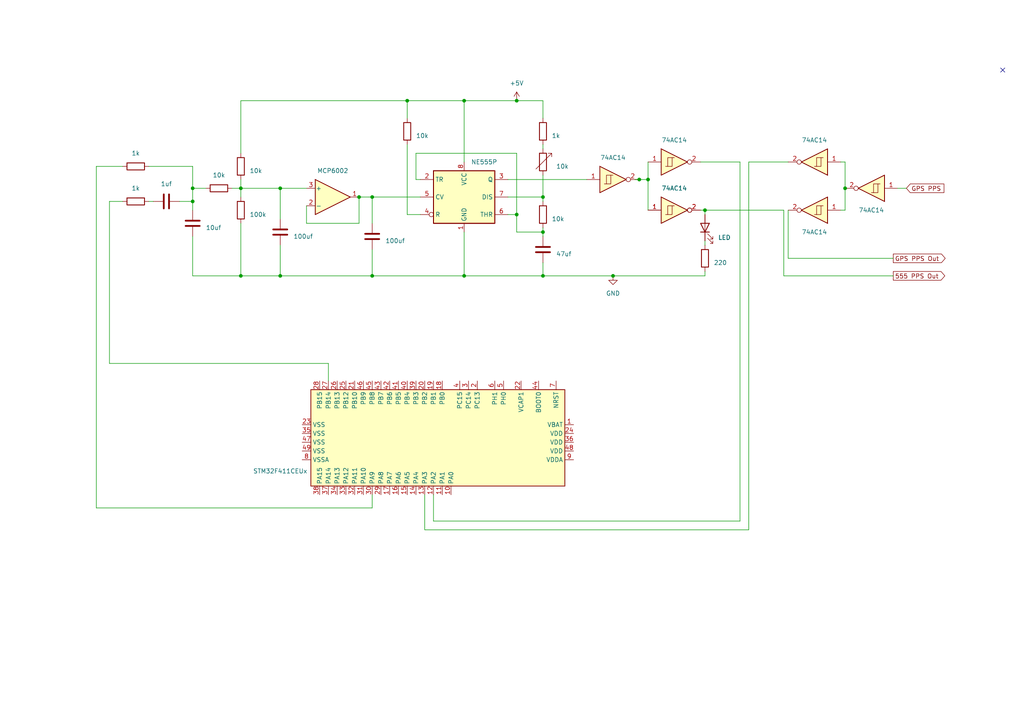
<source format=kicad_sch>
(kicad_sch (version 20211123) (generator eeschema)
  (paper "A4")
  (lib_symbols
    (symbol "74xx:74HC14" (pin_names (offset 1.016))
      (property "Reference" "U" (at 0 1.27 0))
      (property "Value" "74HC14" (at 0 -1.27 0))
      (symbol "74HC14_1_0"
        (polyline (pts (xy -3.81 3.81) (xy -3.81 -3.81) (xy 3.81 0) (xy -3.81 3.81)) (stroke (width 0.254)) (fill (type background)))
        (pin input line (at -7.62 0 0) (length 3.81) (name "~") (number "1"))
        (pin output inverted (at 7.62 0 180) (length 3.81) (name "~") (number "2"))
      )
      (symbol "74HC14_1_1"
        (polyline (pts (xy -1.905 -1.27) (xy -1.905 1.27) (xy -0.635 1.27)))
        (polyline (pts (xy -2.54 -1.27) (xy -0.635 -1.27) (xy -0.635 1.27) (xy 0 1.27)))
      )
      (symbol "74HC14_2_0"
        (polyline (pts (xy -3.81 3.81) (xy -3.81 -3.81) (xy 3.81 0) (xy -3.81 3.81)) (stroke (width 0.254)) (fill (type background)))
        (pin input line (at -7.62 0 0) (length 3.81) (name "~") (number "3"))
        (pin output inverted (at 7.62 0 180) (length 3.81) (name "~") (number "4"))
      )
      (symbol "74HC14_2_1"
        (polyline (pts (xy -1.905 -1.27) (xy -1.905 1.27) (xy -0.635 1.27)))
        (polyline (pts (xy -2.54 -1.27) (xy -0.635 -1.27) (xy -0.635 1.27) (xy 0 1.27)))
      )
      (symbol "74HC14_3_0"
        (polyline (pts (xy -3.81 3.81) (xy -3.81 -3.81) (xy 3.81 0) (xy -3.81 3.81)) (stroke (width 0.254)) (fill (type background)))
        (pin input line (at -7.62 0 0) (length 3.81) (name "~") (number "5"))
        (pin output inverted (at 7.62 0 180) (length 3.81) (name "~") (number "6"))
      )
      (symbol "74HC14_3_1"
        (polyline (pts (xy -1.905 -1.27) (xy -1.905 1.27) (xy -0.635 1.27)))
        (polyline (pts (xy -2.54 -1.27) (xy -0.635 -1.27) (xy -0.635 1.27) (xy 0 1.27)))
      )
      (symbol "74HC14_4_0"
        (polyline (pts (xy -3.81 3.81) (xy -3.81 -3.81) (xy 3.81 0) (xy -3.81 3.81)) (stroke (width 0.254)) (fill (type background)))
        (pin output inverted (at 7.62 0 180) (length 3.81) (name "~") (number "8"))
        (pin input line (at -7.62 0 0) (length 3.81) (name "~") (number "9"))
      )
      (symbol "74HC14_4_1"
        (polyline (pts (xy -1.905 -1.27) (xy -1.905 1.27) (xy -0.635 1.27)))
        (polyline (pts (xy -2.54 -1.27) (xy -0.635 -1.27) (xy -0.635 1.27) (xy 0 1.27)))
      )
      (symbol "74HC14_5_0"
        (polyline (pts (xy -3.81 3.81) (xy -3.81 -3.81) (xy 3.81 0) (xy -3.81 3.81)) (stroke (width 0.254)) (fill (type background)))
        (pin output inverted (at 7.62 0 180) (length 3.81) (name "~") (number "10"))
        (pin input line (at -7.62 0 0) (length 3.81) (name "~") (number "11"))
      )
      (symbol "74HC14_5_1"
        (polyline (pts (xy -1.905 -1.27) (xy -1.905 1.27) (xy -0.635 1.27)))
        (polyline (pts (xy -2.54 -1.27) (xy -0.635 -1.27) (xy -0.635 1.27) (xy 0 1.27)))
      )
      (symbol "74HC14_6_0"
        (polyline (pts (xy -3.81 3.81) (xy -3.81 -3.81) (xy 3.81 0) (xy -3.81 3.81)) (stroke (width 0.254)) (fill (type background)))
        (pin output inverted (at 7.62 0 180) (length 3.81) (name "~") (number "12"))
        (pin input line (at -7.62 0 0) (length 3.81) (name "~") (number "13"))
      )
      (symbol "74HC14_6_1"
        (polyline (pts (xy -1.905 -1.27) (xy -1.905 1.27) (xy -0.635 1.27)))
        (polyline (pts (xy -2.54 -1.27) (xy -0.635 -1.27) (xy -0.635 1.27) (xy 0 1.27)))
      )
      (symbol "74HC14_7_0"
        (pin power_in line (at 0 12.7 270) (length 5.08) (name "VCC") (number "14"))
        (pin power_in line (at 0 -12.7 90) (length 5.08) (name "GND") (number "7"))
      )
      (symbol "74HC14_7_1"
        (rectangle (start -5.08 7.62) (end 5.08 -7.62) (stroke (width 0.254)) (fill (type background)))
      )
    )
    (symbol "Amplifier_Operational:MCP6002-xP" (pin_names (offset 0.127))
      (property "Reference" "U" (at 0 5.08 0))
      (property "Value" "MCP6002-xP" (at 0 -5.08 0))
      (symbol "MCP6002-xP_1_1"
        (polyline (pts (xy -5.08 5.08) (xy 5.08 0) (xy -5.08 -5.08) (xy -5.08 5.08)) (stroke (width 0.254)) (fill (type background)))
        (pin output line (at 7.62 0 180) (length 2.54) (name "~") (number "1"))
        (pin input line (at -7.62 -2.54 0) (length 2.54) (name "-") (number "2"))
        (pin input line (at -7.62 2.54 0) (length 2.54) (name "+") (number "3"))
      )
      (symbol "MCP6002-xP_2_1"
        (polyline (pts (xy -5.08 5.08) (xy 5.08 0) (xy -5.08 -5.08) (xy -5.08 5.08)) (stroke (width 0.254)) (fill (type background)))
        (pin input line (at -7.62 2.54 0) (length 2.54) (name "+") (number "5"))
        (pin input line (at -7.62 -2.54 0) (length 2.54) (name "-") (number "6"))
        (pin output line (at 7.62 0 180) (length 2.54) (name "~") (number "7"))
      )
      (symbol "MCP6002-xP_3_1"
        (pin power_in line (at -2.54 -7.62 90) (length 3.81) (name "V-") (number "4"))
        (pin power_in line (at -2.54 7.62 270) (length 3.81) (name "V+") (number "8"))
      )
    )
    (symbol "Device:C" (pin_numbers hide) (pin_names (offset 0.254))
      (property "Reference" "C" (at 0.635 2.54 0))
      (property "Value" "C" (at 0.635 -2.54 0))
      (symbol "C_0_1"
        (polyline (pts (xy -2.032 -0.762) (xy 2.032 -0.762)) (stroke (width 0.508)))
        (polyline (pts (xy -2.032 0.762) (xy 2.032 0.762)) (stroke (width 0.508)))
      )
      (symbol "C_1_1"
        (pin passive line (at 0 3.81 270) (length 2.794) (name "~") (number "1"))
        (pin passive line (at 0 -3.81 90) (length 2.794) (name "~") (number "2"))
      )
    )
    (symbol "Device:LED" (pin_numbers hide) (pin_names (offset 1.016) hide)
      (property "Reference" "D" (at 0 2.54 0))
      (property "Value" "LED" (at 0 -2.54 0))
      (symbol "LED_0_1"
        (polyline (pts (xy -1.27 -1.27) (xy -1.27 1.27)) (stroke (width 0.254)))
        (polyline (pts (xy -1.27 0) (xy 1.27 0)))
        (polyline (pts (xy 1.27 -1.27) (xy 1.27 1.27) (xy -1.27 0) (xy 1.27 -1.27)) (stroke (width 0.254)))
        (polyline (pts (xy -3.048 -0.762) (xy -4.572 -2.286) (xy -3.81 -2.286) (xy -4.572 -2.286) (xy -4.572 -1.524)))
        (polyline (pts (xy -1.778 -0.762) (xy -3.302 -2.286) (xy -2.54 -2.286) (xy -3.302 -2.286) (xy -3.302 -1.524)))
      )
      (symbol "LED_1_1"
        (pin passive line (at -3.81 0 0) (length 2.54) (name "K") (number "1"))
        (pin passive line (at 3.81 0 180) (length 2.54) (name "A") (number "2"))
      )
    )
    (symbol "Device:R" (pin_numbers hide) (pin_names (offset 0))
      (property "Reference" "R" (at 2.032 0 90))
      (property "Value" "R" (at 0 0 90))
      (symbol "R_0_1"
        (rectangle (start -1.016 -2.54) (end 1.016 2.54) (stroke (width 0.254)))
      )
      (symbol "R_1_1"
        (pin passive line (at 0 3.81 270) (length 1.27) (name "~") (number "1"))
        (pin passive line (at 0 -3.81 90) (length 1.27) (name "~") (number "2"))
      )
    )
    (symbol "Device:R_Variable" (pin_numbers hide) (pin_names (offset 0))
      (property "Reference" "R" (at 2.54 -2.54 90))
      (property "Value" "R_Variable" (at -2.54 -1.27 90))
      (symbol "R_Variable_0_1"
        (rectangle (start -1.016 -2.54) (end 1.016 2.54) (stroke (width 0.254)))
        (polyline (pts (xy 2.54 1.524) (xy 2.54 2.54) (xy 1.524 2.54) (xy 2.54 2.54) (xy -2.032 -2.032)))
      )
      (symbol "R_Variable_1_1"
        (pin passive line (at 0 3.81 270) (length 1.27) (name "~") (number "1"))
        (pin passive line (at 0 -3.81 90) (length 1.27) (name "~") (number "2"))
      )
    )
    (symbol "MCU_ST_STM32F4:STM32F411CEUx"
      (property "Reference" "U" (at -15.24 36.83 0))
      (property "Value" "STM32F411CEUx" (at 7.62 36.83 0))
      (symbol "STM32F411CEUx_0_1"
        (rectangle (start -15.24 -38.1) (end 12.7 35.56) (stroke (width 0.254)) (fill (type background)))
      )
      (symbol "STM32F411CEUx_1_1"
        (pin power_in line (at -5.08 38.1 270) (length 2.54) (name "VBAT") (number "1"))
        (pin bidirectional line (at 15.24 2.54 180) (length 2.54) (name "PA0") (number "10"))
        (pin bidirectional line (at 15.24 0 180) (length 2.54) (name "PA1") (number "11"))
        (pin bidirectional line (at 15.24 -2.54 180) (length 2.54) (name "PA2") (number "12"))
        (pin bidirectional line (at 15.24 -5.08 180) (length 2.54) (name "PA3") (number "13"))
        (pin bidirectional line (at 15.24 -7.62 180) (length 2.54) (name "PA4") (number "14"))
        (pin bidirectional line (at 15.24 -10.16 180) (length 2.54) (name "PA5") (number "15"))
        (pin bidirectional line (at 15.24 -12.7 180) (length 2.54) (name "PA6") (number "16"))
        (pin bidirectional line (at 15.24 -15.24 180) (length 2.54) (name "PA7") (number "17"))
        (pin bidirectional line (at -17.78 0 0) (length 2.54) (name "PB0") (number "18"))
        (pin bidirectional line (at -17.78 -2.54 0) (length 2.54) (name "PB1") (number "19"))
        (pin bidirectional line (at -17.78 10.16 0) (length 2.54) (name "PC13") (number "2"))
        (pin bidirectional line (at -17.78 -5.08 0) (length 2.54) (name "PB2") (number "20"))
        (pin bidirectional line (at -17.78 -25.4 0) (length 2.54) (name "PB10") (number "21"))
        (pin power_in line (at -17.78 22.86 0) (length 2.54) (name "VCAP1") (number "22"))
        (pin power_in line (at -5.08 -40.64 90) (length 2.54) (name "VSS") (number "23"))
        (pin power_in line (at -2.54 38.1 270) (length 2.54) (name "VDD") (number "24"))
        (pin bidirectional line (at -17.78 -27.94 0) (length 2.54) (name "PB12") (number "25"))
        (pin bidirectional line (at -17.78 -30.48 0) (length 2.54) (name "PB13") (number "26"))
        (pin bidirectional line (at -17.78 -33.02 0) (length 2.54) (name "PB14") (number "27"))
        (pin bidirectional line (at -17.78 -35.56 0) (length 2.54) (name "PB15") (number "28"))
        (pin bidirectional line (at 15.24 -17.78 180) (length 2.54) (name "PA8") (number "29"))
        (pin bidirectional line (at -17.78 7.62 0) (length 2.54) (name "PC14") (number "3"))
        (pin bidirectional line (at 15.24 -20.32 180) (length 2.54) (name "PA9") (number "30"))
        (pin bidirectional line (at 15.24 -22.86 180) (length 2.54) (name "PA10") (number "31"))
        (pin bidirectional line (at 15.24 -25.4 180) (length 2.54) (name "PA11") (number "32"))
        (pin bidirectional line (at 15.24 -27.94 180) (length 2.54) (name "PA12") (number "33"))
        (pin bidirectional line (at 15.24 -30.48 180) (length 2.54) (name "PA13") (number "34"))
        (pin power_in line (at -2.54 -40.64 90) (length 2.54) (name "VSS") (number "35"))
        (pin power_in line (at 0 38.1 270) (length 2.54) (name "VDD") (number "36"))
        (pin bidirectional line (at 15.24 -33.02 180) (length 2.54) (name "PA14") (number "37"))
        (pin bidirectional line (at 15.24 -35.56 180) (length 2.54) (name "PA15") (number "38"))
        (pin bidirectional line (at -17.78 -7.62 0) (length 2.54) (name "PB3") (number "39"))
        (pin bidirectional line (at -17.78 5.08 0) (length 2.54) (name "PC15") (number "4"))
        (pin bidirectional line (at -17.78 -10.16 0) (length 2.54) (name "PB4") (number "40"))
        (pin bidirectional line (at -17.78 -12.7 0) (length 2.54) (name "PB5") (number "41"))
        (pin bidirectional line (at -17.78 -15.24 0) (length 2.54) (name "PB6") (number "42"))
        (pin bidirectional line (at -17.78 -17.78 0) (length 2.54) (name "PB7") (number "43"))
        (pin input line (at -17.78 27.94 0) (length 2.54) (name "BOOT0") (number "44"))
        (pin bidirectional line (at -17.78 -20.32 0) (length 2.54) (name "PB8") (number "45"))
        (pin bidirectional line (at -17.78 -22.86 0) (length 2.54) (name "PB9") (number "46"))
        (pin power_in line (at 0 -40.64 90) (length 2.54) (name "VSS") (number "47"))
        (pin power_in line (at 2.54 38.1 270) (length 2.54) (name "VDD") (number "48"))
        (pin power_in line (at 2.54 -40.64 90) (length 2.54) (name "VSS") (number "49"))
        (pin input line (at -17.78 17.78 0) (length 2.54) (name "PH0") (number "5"))
        (pin input line (at -17.78 15.24 0) (length 2.54) (name "PH1") (number "6"))
        (pin input line (at -17.78 33.02 0) (length 2.54) (name "NRST") (number "7"))
        (pin power_in line (at 5.08 -40.64 90) (length 2.54) (name "VSSA") (number "8"))
        (pin power_in line (at 5.08 38.1 270) (length 2.54) (name "VDDA") (number "9"))
      )
    )
    (symbol "Timer:NE555P"
      (property "Reference" "U" (at -10.16 8.89 0))
      (property "Value" "NE555P" (at 2.54 8.89 0))
      (symbol "NE555P_0_0"
        (pin power_in line (at 0 -10.16 90) (length 2.54) (name "GND") (number "1"))
        (pin power_in line (at 0 10.16 270) (length 2.54) (name "VCC") (number "8"))
      )
      (symbol "NE555P_0_1"
        (rectangle (start -8.89 -7.62) (end 8.89 7.62) (stroke (width 0.254)) (fill (type background)))
        (rectangle (start -8.89 -7.62) (end 8.89 7.62) (stroke (width 0.254)) (fill (type background)))
      )
      (symbol "NE555P_1_1"
        (pin input line (at -12.7 5.08 0) (length 3.81) (name "TR") (number "2"))
        (pin output line (at 12.7 5.08 180) (length 3.81) (name "Q") (number "3"))
        (pin input inverted (at -12.7 -5.08 0) (length 3.81) (name "R") (number "4"))
        (pin input line (at -12.7 0 0) (length 3.81) (name "CV") (number "5"))
        (pin input line (at 12.7 -5.08 180) (length 3.81) (name "THR") (number "6"))
        (pin input line (at 12.7 0 180) (length 3.81) (name "DIS") (number "7"))
      )
    )
    (symbol "power:+5V" (power) (pin_names (offset 0))
      (property "Value" "+5V" (at 0 3.556 0))
      (symbol "+5V_0_1"
        (polyline (pts (xy -0.762 1.27) (xy 0 2.54)))
        (polyline (pts (xy 0 0) (xy 0 2.54)))
        (polyline (pts (xy 0 2.54) (xy 0.762 1.27)))
      )
      (symbol "+5V_1_1"
        (pin power_in line (at 0 0 90) (length 0) hide (name "+5V") (number "1"))
      )
    )
    (symbol "power:GND" (power) (pin_names (offset 0))
      (property "Value" "GND" (at 0 -3.81 0))
      (symbol "GND_0_1"
        (polyline (pts (xy 0 0) (xy 0 -1.27) (xy 1.27 -1.27) (xy 0 -2.54) (xy -1.27 -1.27) (xy 0 -1.27)))
      )
      (symbol "GND_1_1"
        (pin power_in line (at 0 0 270) (length 0) hide (name "GND") (number "1"))
      )
    )
  )
  (junction (at 81.28 80.01))
  (junction (at 107.95 57.15))
  (junction (at 157.48 67.31))
  (junction (at 55.88 54.61))
  (junction (at 245.11 54.61))
  (junction (at 149.86 62.23))
  (junction (at 69.85 54.61))
  (junction (at 107.95 80.01))
  (junction (at 134.62 80.01))
  (junction (at 134.62 29.21))
  (junction (at 104.14 57.15))
  (junction (at 185.42 52.07))
  (junction (at 118.11 29.21))
  (junction (at 69.85 80.01))
  (junction (at 55.88 58.42))
  (junction (at 157.48 80.01))
  (junction (at 157.48 57.15))
  (junction (at 81.28 54.61))
  (junction (at 149.86 29.21))
  (junction (at 177.8 80.01))
  (junction (at 204.47 60.96))
  (junction (at 187.96 52.07))
  (no_connect (at 290.83 20.32))
  (wire (pts (xy 43.18 48.26) (xy 55.88 48.26)))
  (wire (pts (xy 204.47 69.85) (xy 204.47 71.12)))
  (wire (pts (xy 157.48 57.15) (xy 157.48 58.42)))
  (wire (pts (xy 243.84 60.96) (xy 245.11 60.96)))
  (wire (pts (xy 107.95 57.15) (xy 121.92 57.15)))
  (wire (pts (xy 227.33 80.01) (xy 259.08 80.01)))
  (wire (pts (xy 107.95 80.01) (xy 81.28 80.01)))
  (wire (pts (xy 31.75 105.41) (xy 95.25 105.41)))
  (wire (pts (xy 52.07 58.42) (xy 55.88 58.42)))
  (wire (pts (xy 149.86 29.21) (xy 134.62 29.21)))
  (wire (pts (xy 69.85 54.61) (xy 69.85 57.15)))
  (wire (pts (xy 157.48 29.21) (xy 157.48 34.29)))
  (wire (pts (xy 123.19 153.67) (xy 123.19 143.51)))
  (wire (pts (xy 55.88 68.58) (xy 55.88 80.01)))
  (wire (pts (xy 204.47 60.96) (xy 204.47 62.23)))
  (wire (pts (xy 134.62 29.21) (xy 118.11 29.21)))
  (wire (pts (xy 157.48 50.8) (xy 157.48 57.15)))
  (wire (pts (xy 227.33 60.96) (xy 227.33 80.01)))
  (wire (pts (xy 55.88 54.61) (xy 59.69 54.61)))
  (wire (pts (xy 55.88 54.61) (xy 55.88 58.42)))
  (wire (pts (xy 184.15 52.07) (xy 185.42 52.07)))
  (wire (pts (xy 69.85 52.07) (xy 69.85 54.61)))
  (wire (pts (xy 245.11 54.61) (xy 245.11 60.96)))
  (wire (pts (xy 27.94 48.26) (xy 35.56 48.26)))
  (wire (pts (xy 69.85 54.61) (xy 81.28 54.61)))
  (wire (pts (xy 95.25 110.49) (xy 95.25 105.41)))
  (wire (pts (xy 104.14 64.77) (xy 88.9 64.77)))
  (wire (pts (xy 134.62 67.31) (xy 134.62 80.01)))
  (wire (pts (xy 121.92 52.07) (xy 120.65 52.07)))
  (wire (pts (xy 228.6 60.96) (xy 228.6 74.93)))
  (wire (pts (xy 245.11 46.99) (xy 245.11 54.61)))
  (wire (pts (xy 203.2 60.96) (xy 204.47 60.96)))
  (wire (pts (xy 107.95 72.39) (xy 107.95 80.01)))
  (wire (pts (xy 204.47 78.74) (xy 204.47 80.01)))
  (wire (pts (xy 120.65 52.07) (xy 120.65 44.45)))
  (wire (pts (xy 104.14 57.15) (xy 104.14 64.77)))
  (wire (pts (xy 120.65 44.45) (xy 149.86 44.45)))
  (wire (pts (xy 214.63 46.99) (xy 214.63 151.13)))
  (wire (pts (xy 81.28 54.61) (xy 88.9 54.61)))
  (wire (pts (xy 118.11 29.21) (xy 118.11 34.29)))
  (wire (pts (xy 217.17 153.67) (xy 123.19 153.67)))
  (wire (pts (xy 185.42 52.07) (xy 187.96 52.07)))
  (wire (pts (xy 157.48 66.04) (xy 157.48 67.31)))
  (wire (pts (xy 157.48 67.31) (xy 157.48 68.58)))
  (wire (pts (xy 157.48 41.91) (xy 157.48 43.18)))
  (wire (pts (xy 203.2 46.99) (xy 214.63 46.99)))
  (wire (pts (xy 134.62 80.01) (xy 107.95 80.01)))
  (wire (pts (xy 104.14 57.15) (xy 107.95 57.15)))
  (wire (pts (xy 147.32 57.15) (xy 157.48 57.15)))
  (wire (pts (xy 69.85 80.01) (xy 81.28 80.01)))
  (wire (pts (xy 107.95 64.77) (xy 107.95 57.15)))
  (wire (pts (xy 228.6 74.93) (xy 259.08 74.93)))
  (wire (pts (xy 149.86 67.31) (xy 157.48 67.31)))
  (wire (pts (xy 55.88 80.01) (xy 69.85 80.01)))
  (wire (pts (xy 31.75 58.42) (xy 35.56 58.42)))
  (wire (pts (xy 187.96 52.07) (xy 187.96 60.96)))
  (wire (pts (xy 134.62 29.21) (xy 134.62 46.99)))
  (wire (pts (xy 81.28 54.61) (xy 81.28 63.5)))
  (wire (pts (xy 217.17 46.99) (xy 217.17 153.67)))
  (wire (pts (xy 177.8 80.01) (xy 204.47 80.01)))
  (wire (pts (xy 243.84 46.99) (xy 245.11 46.99)))
  (wire (pts (xy 67.31 54.61) (xy 69.85 54.61)))
  (wire (pts (xy 69.85 44.45) (xy 69.85 29.21)))
  (wire (pts (xy 107.95 147.32) (xy 27.94 147.32)))
  (wire (pts (xy 214.63 151.13) (xy 125.73 151.13)))
  (wire (pts (xy 125.73 151.13) (xy 125.73 143.51)))
  (wire (pts (xy 204.47 60.96) (xy 227.33 60.96)))
  (wire (pts (xy 147.32 52.07) (xy 170.18 52.07)))
  (wire (pts (xy 149.86 62.23) (xy 147.32 62.23)))
  (wire (pts (xy 121.92 62.23) (xy 118.11 62.23)))
  (wire (pts (xy 228.6 46.99) (xy 217.17 46.99)))
  (wire (pts (xy 69.85 29.21) (xy 118.11 29.21)))
  (wire (pts (xy 157.48 80.01) (xy 177.8 80.01)))
  (wire (pts (xy 69.85 64.77) (xy 69.85 80.01)))
  (wire (pts (xy 31.75 105.41) (xy 31.75 58.42)))
  (wire (pts (xy 55.88 48.26) (xy 55.88 54.61)))
  (wire (pts (xy 55.88 58.42) (xy 55.88 60.96)))
  (wire (pts (xy 157.48 29.21) (xy 149.86 29.21)))
  (wire (pts (xy 149.86 62.23) (xy 149.86 67.31)))
  (wire (pts (xy 118.11 41.91) (xy 118.11 62.23)))
  (wire (pts (xy 107.95 143.51) (xy 107.95 147.32)))
  (wire (pts (xy 260.35 54.61) (xy 262.89 54.61)))
  (wire (pts (xy 81.28 71.12) (xy 81.28 80.01)))
  (wire (pts (xy 157.48 80.01) (xy 157.48 76.2)))
  (wire (pts (xy 134.62 80.01) (xy 157.48 80.01)))
  (wire (pts (xy 88.9 64.77) (xy 88.9 59.69)))
  (wire (pts (xy 27.94 147.32) (xy 27.94 48.26)))
  (wire (pts (xy 43.18 58.42) (xy 44.45 58.42)))
  (wire (pts (xy 187.96 46.99) (xy 187.96 52.07)))
  (wire (pts (xy 149.86 44.45) (xy 149.86 62.23)))
  (global_label "GPS PPS" (shape input) (at 262.89 54.61 0) (property "Intersheet References" "${INTERSHEET_REFS}" (effects hide)))
  (global_label "555 PPS Out" (shape output) (at 259.08 80.01 0) (property "Intersheet References" "${INTERSHEET_REFS}" (effects hide)))
  (global_label "GPS PPS Out" (shape output) (at 259.08 74.93 0) (property "Intersheet References" "${INTERSHEET_REFS}" (effects hide)))
  (symbol (lib_id "Device:R") (at 69.85 48.26 0) (unit 1)
    (property "Reference" "R?" (effects hide))
    (property "Value" "10k" (at 72.39 49.5299 0) (effects (justify left)))
  )
  (symbol (lib_id "Device:R") (at 204.47 74.93 0) (unit 1)
    (property "Reference" "R?" (effects hide))
    (property "Value" "220" (at 207.01 76.1999 0) (effects (justify left)))
  )
  (symbol (lib_id "Device:R") (at 157.48 38.1 0) (unit 1)
    (property "Reference" "R?" (effects hide))
    (property "Value" "1k" (at 160.02 39.3699 0) (effects (justify left)))
  )
  (symbol (lib_id "Device:C") (at 48.26 58.42 90) (unit 1)
    (property "Reference" "C?" (effects hide))
    (property "Value" "1uf" (at 48.26 53.34 90))
  )
  (symbol (lib_id "74xx:74HC14") (at 252.73 54.61 180) (unit 1)
    (property "Reference" "U?" (effects hide))
    (property "Value" "74AC14" (at 252.73 60.96 0))
    (property "Datasheet" "http://www.ti.com/lit/gpn/sn74HC14" (effects hide))
  )
  (symbol (lib_id "MCU_ST_STM32F4:STM32F411CEUx") (at 128.27 128.27 270) (unit 1)
    (property "Reference" "U?" (effects hide))
    (property "Value" "STM32F411CEUx" (at 81.28 136.6395 90))
    (property "Footprint" "Package_DFN_QFN:QFN-48-1EP_7x7mm_P0.5mm_EP5.6x5.6mm" (effects hide))
    (property "Datasheet" "http://www.st.com/st-web-ui/static/active/en/resource/technical/document/datasheet/DM00115249.pdf" (effects hide))
  )
  (symbol (lib_id "74xx:74HC14") (at 236.22 60.96 180) (unit 1)
    (property "Reference" "U?" (effects hide))
    (property "Value" "74AC14" (at 236.22 67.31 0))
    (property "Datasheet" "http://www.ti.com/lit/gpn/sn74HC14" (effects hide))
  )
  (symbol (lib_id "74xx:74HC14") (at 177.8 52.07 0) (unit 1)
    (property "Reference" "U?" (effects hide))
    (property "Value" "74AC14" (at 177.8 45.72 0))
    (property "Datasheet" "http://www.ti.com/lit/gpn/sn74HC14" (effects hide))
  )
  (symbol (lib_id "Device:R_Variable") (at 157.48 46.99 0) (unit 1)
    (property "Reference" "R?" (effects hide))
    (property "Value" "10k" (at 161.29 48.2599 0) (effects (justify left)))
  )
  (symbol (lib_id "Device:R") (at 63.5 54.61 90) (unit 1)
    (property "Reference" "R?" (effects hide))
    (property "Value" "10k" (at 63.5 50.8 90))
  )
  (symbol (lib_id "Device:R") (at 118.11 38.1 0) (unit 1)
    (property "Reference" "R?" (effects hide))
    (property "Value" "10k" (at 120.65 39.3699 0) (effects (justify left)))
  )
  (symbol (lib_id "74xx:74HC14") (at 195.58 60.96 0) (unit 1)
    (property "Reference" "U?" (effects hide))
    (property "Value" "74AC14" (at 195.58 54.61 0))
    (property "Datasheet" "http://www.ti.com/lit/gpn/sn74HC14" (effects hide))
  )
  (symbol (lib_id "Device:C") (at 107.95 68.58 0) (unit 1)
    (property "Reference" "C?" (effects hide))
    (property "Value" "100uf" (at 111.76 69.8499 0) (effects (justify left)))
  )
  (symbol (lib_id "Device:C") (at 81.28 67.31 0) (unit 1)
    (property "Reference" "C?" (effects hide))
    (property "Value" "100uf" (at 85.09 68.5799 0) (effects (justify left)))
  )
  (symbol (lib_id "power:GND") (at 177.8 80.01 0) (unit 1)
    (property "Reference" "#PWR?" (effects hide))
    (property "Value" "GND" (at 177.8 85.09 0))
  )
  (symbol (lib_id "Device:LED") (at 204.47 66.04 90) (unit 1)
    (property "Reference" "D?" (effects hide))
    (property "Value" "LED" (at 208.28 68.8974 90) (effects (justify right)))
  )
  (symbol (lib_id "Device:R") (at 157.48 62.23 0) (unit 1)
    (property "Reference" "R?" (effects hide))
    (property "Value" "10k" (at 160.02 63.4999 0) (effects (justify left)))
  )
  (symbol (lib_id "Amplifier_Operational:MCP6002-xP") (at 96.52 57.15 0) (unit 1)
    (property "Reference" "U?" (effects hide))
    (property "Value" "MCP6002" (at 96.52 49.53 0))
    (property "Datasheet" "http://ww1.microchip.com/downloads/en/DeviceDoc/21733j.pdf" (effects hide))
  )
  (symbol (lib_id "Timer:NE555P") (at 134.62 57.15 0) (unit 1)
    (property "Reference" "U?" (effects hide))
    (property "Value" "NE555P" (at 136.6394 46.99 0) (effects (justify left)))
    (property "Footprint" "Package_DIP:DIP-8_W7.62mm" (effects hide))
    (property "Datasheet" "http://www.ti.com/lit/ds/symlink/ne555.pdf" (effects hide))
  )
  (symbol (lib_id "power:+5V") (at 149.86 29.21 0) (unit 1)
    (property "Reference" "#PWR?" (effects hide))
    (property "Value" "+5V" (at 149.86 24.13 0))
  )
  (symbol (lib_id "74xx:74HC14") (at 195.58 46.99 0) (unit 1)
    (property "Reference" "U?" (effects hide))
    (property "Value" "74AC14" (at 195.58 40.64 0))
    (property "Datasheet" "http://www.ti.com/lit/gpn/sn74HC14" (effects hide))
  )
  (symbol (lib_id "Device:R") (at 39.37 48.26 90) (unit 1)
    (property "Reference" "R?" (effects hide))
    (property "Value" "1k" (at 39.37 44.45 90))
  )
  (symbol (lib_id "Device:R") (at 69.85 60.96 0) (unit 1)
    (property "Reference" "R?" (effects hide))
    (property "Value" "100k" (at 72.39 62.2299 0) (effects (justify left)))
  )
  (symbol (lib_id "Device:R") (at 39.37 58.42 90) (unit 1)
    (property "Reference" "R?" (effects hide))
    (property "Value" "1k" (at 39.37 54.61 90))
  )
  (symbol (lib_id "Device:C") (at 157.48 72.39 0) (unit 1)
    (property "Reference" "C?" (effects hide))
    (property "Value" "47uf" (at 161.29 73.6599 0) (effects (justify left)))
  )
  (symbol (lib_id "Device:C") (at 55.88 64.77 0) (unit 1)
    (property "Reference" "C?" (effects hide))
    (property "Value" "10uf" (at 59.69 66.0399 0) (effects (justify left)))
  )
  (symbol (lib_id "74xx:74HC14") (at 236.22 46.99 180) (unit 1)
    (property "Reference" "U?" (effects hide))
    (property "Value" "74AC14" (at 236.22 40.64 0))
    (property "Datasheet" "http://www.ti.com/lit/gpn/sn74HC14" (effects hide))
  )
)
</source>
